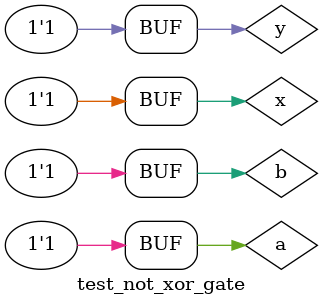
<source format=v>
/*
 Guia_0506.v
 810862 - Vitor Lucio de Oliveira
*/

module not_xor_gate (output s, input a, input b);
  // Definir dados locais
  wire xor_out;

  // Descrever por portas NAND
  nand NAND1 (xor_out, a, b);
  nand NAND2 (s, xor_out, xor_out);
endmodule // not_xor_gate

module test_not_xor_gate;
  // Definir dados
  reg x;
  reg y;
  wire a, b;
  wire s;

  // Instanciar o módulo not_xor_gate
  not_xor_gate not_xor_module (s, x, y);

  // Parte principal
  initial begin : main
    $display("Guia_0506 - Vitor Lucio de Oliveira - 810862");
    $display("Test module");
    $display(" x y a b s");
    
    // Projetar testes do módulo
    $monitor("%4b %4b %4b %4b %4b", x, y, a, b, s);
    
    // Teste 1: a = 0, b = 0
    x = 1'b0; y = 1'b0;
    #1 a = 1'b0; b = 1'b0;
    
    // Teste 2: a = 0, b = 1
    x = 1'b0; y = 1'b1;
    #1 a = 1'b0; b = 1'b1;
    
    // Teste 3: a = 1, b = 0
    x = 1'b1; y = 1'b0;
    #1 a = 1'b1; b = 1'b0;
    
    // Teste 4: a = 1, b = 1
    x = 1'b1; y = 1'b1;
    #1 a = 1'b1; b = 1'b1;
  end
endmodule // test_not_xor_gate

</source>
